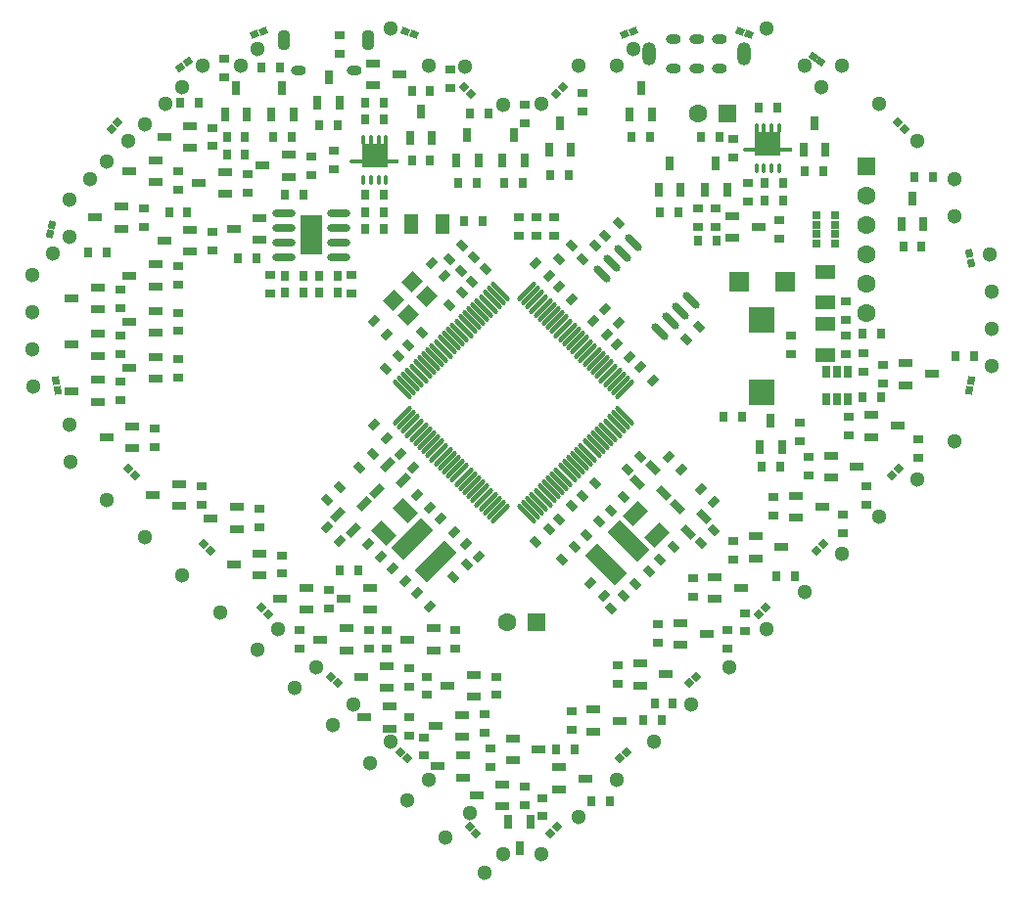
<source format=gbs>
G04 Layer_Color=16711935*
%FSLAX44Y44*%
%MOMM*%
G71*
G01*
G75*
%ADD73O,1.2000X2.0000*%
%ADD74O,1.3000X0.9000*%
%ADD75C,1.6000*%
%ADD76R,1.6000X1.6000*%
%ADD77O,1.1000X1.8000*%
%ADD78R,1.6000X1.6000*%
%ADD79C,1.3000*%
%ADD80R,1.2000X1.8000*%
%ADD81R,0.9000X0.7000*%
G04:AMPARAMS|DCode=82|XSize=0.7mm|YSize=0.6mm|CornerRadius=0mm|HoleSize=0mm|Usage=FLASHONLY|Rotation=315.000|XOffset=0mm|YOffset=0mm|HoleType=Round|Shape=Rectangle|*
%AMROTATEDRECTD82*
4,1,4,-0.4596,0.0353,-0.0353,0.4596,0.4596,-0.0353,0.0353,-0.4596,-0.4596,0.0353,0.0*
%
%ADD82ROTATEDRECTD82*%

G04:AMPARAMS|DCode=83|XSize=0.7mm|YSize=0.6mm|CornerRadius=0mm|HoleSize=0mm|Usage=FLASHONLY|Rotation=280.000|XOffset=0mm|YOffset=0mm|HoleType=Round|Shape=Rectangle|*
%AMROTATEDRECTD83*
4,1,4,-0.3562,0.2926,0.2347,0.3968,0.3562,-0.2926,-0.2347,-0.3968,-0.3562,0.2926,0.0*
%
%ADD83ROTATEDRECTD83*%

G04:AMPARAMS|DCode=84|XSize=0.7mm|YSize=0.6mm|CornerRadius=0mm|HoleSize=0mm|Usage=FLASHONLY|Rotation=255.000|XOffset=0mm|YOffset=0mm|HoleType=Round|Shape=Rectangle|*
%AMROTATEDRECTD84*
4,1,4,-0.1992,0.4157,0.3804,0.2604,0.1992,-0.4157,-0.3804,-0.2604,-0.1992,0.4157,0.0*
%
%ADD84ROTATEDRECTD84*%

G04:AMPARAMS|DCode=85|XSize=0.7mm|YSize=0.6mm|CornerRadius=0mm|HoleSize=0mm|Usage=FLASHONLY|Rotation=225.000|XOffset=0mm|YOffset=0mm|HoleType=Round|Shape=Rectangle|*
%AMROTATEDRECTD85*
4,1,4,0.0353,0.4596,0.4596,0.0353,-0.0353,-0.4596,-0.4596,-0.0353,0.0353,0.4596,0.0*
%
%ADD85ROTATEDRECTD85*%

G04:AMPARAMS|DCode=86|XSize=0.7mm|YSize=0.6mm|CornerRadius=0mm|HoleSize=0mm|Usage=FLASHONLY|Rotation=215.000|XOffset=0mm|YOffset=0mm|HoleType=Round|Shape=Rectangle|*
%AMROTATEDRECTD86*
4,1,4,0.1146,0.4465,0.4588,-0.0450,-0.1146,-0.4465,-0.4588,0.0450,0.1146,0.4465,0.0*
%
%ADD86ROTATEDRECTD86*%

G04:AMPARAMS|DCode=87|XSize=0.7mm|YSize=0.6mm|CornerRadius=0mm|HoleSize=0mm|Usage=FLASHONLY|Rotation=200.000|XOffset=0mm|YOffset=0mm|HoleType=Round|Shape=Rectangle|*
%AMROTATEDRECTD87*
4,1,4,0.2263,0.4016,0.4315,-0.1622,-0.2263,-0.4016,-0.4315,0.1622,0.2263,0.4016,0.0*
%
%ADD87ROTATEDRECTD87*%

G04:AMPARAMS|DCode=88|XSize=0.7mm|YSize=0.6mm|CornerRadius=0mm|HoleSize=0mm|Usage=FLASHONLY|Rotation=160.000|XOffset=0mm|YOffset=0mm|HoleType=Round|Shape=Rectangle|*
%AMROTATEDRECTD88*
4,1,4,0.4315,0.1622,0.2263,-0.4016,-0.4315,-0.1622,-0.2263,0.4016,0.4315,0.1622,0.0*
%
%ADD88ROTATEDRECTD88*%

G04:AMPARAMS|DCode=89|XSize=1.4mm|YSize=1.2mm|CornerRadius=0mm|HoleSize=0mm|Usage=FLASHONLY|Rotation=225.000|XOffset=0mm|YOffset=0mm|HoleType=Round|Shape=Rectangle|*
%AMROTATEDRECTD89*
4,1,4,0.0707,0.9192,0.9192,0.0707,-0.0707,-0.9192,-0.9192,-0.0707,0.0707,0.9192,0.0*
%
%ADD89ROTATEDRECTD89*%

G04:AMPARAMS|DCode=90|XSize=0.7mm|YSize=1.8mm|CornerRadius=0mm|HoleSize=0mm|Usage=FLASHONLY|Rotation=225.000|XOffset=0mm|YOffset=0mm|HoleType=Round|Shape=Round|*
%AMOVALD90*
21,1,1.1000,0.7000,0.0000,0.0000,315.0*
1,1,0.7000,-0.3889,0.3889*
1,1,0.7000,0.3889,-0.3889*
%
%ADD90OVALD90*%

G04:AMPARAMS|DCode=91|XSize=0.4mm|YSize=2.2mm|CornerRadius=0mm|HoleSize=0mm|Usage=FLASHONLY|Rotation=315.000|XOffset=0mm|YOffset=0mm|HoleType=Round|Shape=Round|*
%AMOVALD91*
21,1,1.8000,0.4000,0.0000,0.0000,45.0*
1,1,0.4000,-0.6364,-0.6364*
1,1,0.4000,0.6364,0.6364*
%
%ADD91OVALD91*%

G04:AMPARAMS|DCode=92|XSize=0.4mm|YSize=2.2mm|CornerRadius=0mm|HoleSize=0mm|Usage=FLASHONLY|Rotation=225.000|XOffset=0mm|YOffset=0mm|HoleType=Round|Shape=Round|*
%AMOVALD92*
21,1,1.8000,0.4000,0.0000,0.0000,315.0*
1,1,0.4000,-0.6364,0.6364*
1,1,0.4000,0.6364,-0.6364*
%
%ADD92OVALD92*%

%ADD93R,0.7000X0.6500*%
G04:AMPARAMS|DCode=94|XSize=0.9mm|YSize=0.7mm|CornerRadius=0mm|HoleSize=0mm|Usage=FLASHONLY|Rotation=45.000|XOffset=0mm|YOffset=0mm|HoleType=Round|Shape=Rectangle|*
%AMROTATEDRECTD94*
4,1,4,-0.0707,-0.5657,-0.5657,-0.0707,0.0707,0.5657,0.5657,0.0707,-0.0707,-0.5657,0.0*
%
%ADD94ROTATEDRECTD94*%

G04:AMPARAMS|DCode=95|XSize=0.9mm|YSize=0.7mm|CornerRadius=0mm|HoleSize=0mm|Usage=FLASHONLY|Rotation=315.000|XOffset=0mm|YOffset=0mm|HoleType=Round|Shape=Rectangle|*
%AMROTATEDRECTD95*
4,1,4,-0.5657,0.0707,-0.0707,0.5657,0.5657,-0.0707,0.0707,-0.5657,-0.5657,0.0707,0.0*
%
%ADD95ROTATEDRECTD95*%

%ADD96R,0.7000X0.9000*%
G04:AMPARAMS|DCode=97|XSize=0.7mm|YSize=1.25mm|CornerRadius=0mm|HoleSize=0mm|Usage=FLASHONLY|Rotation=225.000|XOffset=0mm|YOffset=0mm|HoleType=Round|Shape=Rectangle|*
%AMROTATEDRECTD97*
4,1,4,-0.1945,0.6894,0.6894,-0.1945,0.1945,-0.6894,-0.6894,0.1945,-0.1945,0.6894,0.0*
%
%ADD97ROTATEDRECTD97*%

G04:AMPARAMS|DCode=98|XSize=0.7mm|YSize=1.25mm|CornerRadius=0mm|HoleSize=0mm|Usage=FLASHONLY|Rotation=315.000|XOffset=0mm|YOffset=0mm|HoleType=Round|Shape=Rectangle|*
%AMROTATEDRECTD98*
4,1,4,-0.6894,-0.1945,0.1945,0.6894,0.6894,0.1945,-0.1945,-0.6894,-0.6894,-0.1945,0.0*
%
%ADD98ROTATEDRECTD98*%

%ADD99O,1.3000X0.4000*%
%ADD100O,0.4000X0.8000*%
%ADD101R,2.3000X2.1000*%
%ADD102R,1.2500X0.7000*%
%ADD103R,0.7000X1.2500*%
G04:AMPARAMS|DCode=104|XSize=1.5mm|YSize=3.6mm|CornerRadius=0mm|HoleSize=0mm|Usage=FLASHONLY|Rotation=45.000|XOffset=0mm|YOffset=0mm|HoleType=Round|Shape=Rectangle|*
%AMROTATEDRECTD104*
4,1,4,0.7425,-1.8031,-1.8031,0.7425,-0.7425,1.8031,1.8031,-0.7425,0.7425,-1.8031,0.0*
%
%ADD104ROTATEDRECTD104*%

%ADD105R,1.9000X3.5000*%
%ADD106O,2.0000X0.7000*%
G04:AMPARAMS|DCode=107|XSize=0.7mm|YSize=0.6mm|CornerRadius=0mm|HoleSize=0mm|Usage=FLASHONLY|Rotation=145.000|XOffset=0mm|YOffset=0mm|HoleType=Round|Shape=Rectangle|*
%AMROTATEDRECTD107*
4,1,4,0.4588,0.0450,0.1146,-0.4465,-0.4588,-0.0450,-0.1146,0.4465,0.4588,0.0450,0.0*
%
%ADD107ROTATEDRECTD107*%

G04:AMPARAMS|DCode=108|XSize=0.7mm|YSize=0.6mm|CornerRadius=0mm|HoleSize=0mm|Usage=FLASHONLY|Rotation=285.000|XOffset=0mm|YOffset=0mm|HoleType=Round|Shape=Rectangle|*
%AMROTATEDRECTD108*
4,1,4,-0.3804,0.2604,0.1992,0.4157,0.3804,-0.2604,-0.1992,-0.4157,-0.3804,0.2604,0.0*
%
%ADD108ROTATEDRECTD108*%

G04:AMPARAMS|DCode=109|XSize=0.7mm|YSize=0.6mm|CornerRadius=0mm|HoleSize=0mm|Usage=FLASHONLY|Rotation=260.000|XOffset=0mm|YOffset=0mm|HoleType=Round|Shape=Rectangle|*
%AMROTATEDRECTD109*
4,1,4,-0.2347,0.3968,0.3562,0.2926,0.2347,-0.3968,-0.3562,-0.2926,-0.2347,0.3968,0.0*
%
%ADD109ROTATEDRECTD109*%

G04:AMPARAMS|DCode=110|XSize=1.8mm|YSize=1.2mm|CornerRadius=0mm|HoleSize=0mm|Usage=FLASHONLY|Rotation=45.000|XOffset=0mm|YOffset=0mm|HoleType=Round|Shape=Rectangle|*
%AMROTATEDRECTD110*
4,1,4,-0.2121,-1.0607,-1.0607,-0.2121,0.2121,1.0607,1.0607,0.2121,-0.2121,-1.0607,0.0*
%
%ADD110ROTATEDRECTD110*%

G04:AMPARAMS|DCode=111|XSize=1.8mm|YSize=1.2mm|CornerRadius=0mm|HoleSize=0mm|Usage=FLASHONLY|Rotation=135.000|XOffset=0mm|YOffset=0mm|HoleType=Round|Shape=Rectangle|*
%AMROTATEDRECTD111*
4,1,4,1.0607,-0.2121,0.2121,-1.0607,-1.0607,0.2121,-0.2121,1.0607,1.0607,-0.2121,0.0*
%
%ADD111ROTATEDRECTD111*%

G04:AMPARAMS|DCode=112|XSize=1.5mm|YSize=3.6mm|CornerRadius=0mm|HoleSize=0mm|Usage=FLASHONLY|Rotation=135.000|XOffset=0mm|YOffset=0mm|HoleType=Round|Shape=Rectangle|*
%AMROTATEDRECTD112*
4,1,4,1.8031,0.7425,-0.7425,-1.8031,-1.8031,-0.7425,0.7425,1.8031,1.8031,0.7425,0.0*
%
%ADD112ROTATEDRECTD112*%

%ADD113R,1.8000X1.2000*%
%ADD114R,0.7500X1.0000*%
%ADD115R,1.8000X1.7000*%
%ADD116R,2.2000X2.2500*%
D73*
X2317500Y1702000D02*
D03*
X2399500D02*
D03*
D74*
X2013750Y1687250D02*
D03*
X2062250D02*
D03*
X2338500Y1689500D02*
D03*
X2358500D02*
D03*
Y1714500D02*
D03*
X2338500D02*
D03*
X2378500D02*
D03*
Y1689500D02*
D03*
D75*
X2194600Y1210000D02*
D03*
X2505000Y1478000D02*
D03*
Y1503400D02*
D03*
Y1528800D02*
D03*
Y1554200D02*
D03*
Y1579600D02*
D03*
X2359600Y1650000D02*
D03*
D76*
X2505000Y1605000D02*
D03*
D77*
X2001750Y1714000D02*
D03*
X2074250D02*
D03*
D78*
X2220000Y1210000D02*
D03*
X2385000Y1650000D02*
D03*
D79*
X1785000Y1414000D02*
D03*
X1817000Y1349000D02*
D03*
X1881020Y1283520D02*
D03*
X1913520Y1251020D02*
D03*
X1978520Y1186020D02*
D03*
X1996480Y1203980D02*
D03*
X2011020Y1153520D02*
D03*
X2043520Y1121020D02*
D03*
X2076020Y1088520D02*
D03*
X2141020Y1023520D02*
D03*
X2175000Y993000D02*
D03*
X2223980Y1008980D02*
D03*
X2256480Y1041480D02*
D03*
X2288980Y1073980D02*
D03*
X2321480Y1106480D02*
D03*
X2353980Y1138980D02*
D03*
X2386480Y1171480D02*
D03*
X2418980Y1203980D02*
D03*
X2451481Y1236480D02*
D03*
X2483980Y1268980D02*
D03*
X2516480Y1301480D02*
D03*
X2548980Y1333980D02*
D03*
X2581480Y1366480D02*
D03*
X2613980Y1431481D02*
D03*
Y1463980D02*
D03*
Y1496480D02*
D03*
X2612000Y1528000D02*
D03*
X2581480Y1561480D02*
D03*
Y1593980D02*
D03*
X2548980Y1626480D02*
D03*
X2516480Y1658980D02*
D03*
X2483980Y1691481D02*
D03*
X2451481D02*
D03*
X2418980Y1723980D02*
D03*
X2466020Y1673520D02*
D03*
X2288980Y1691481D02*
D03*
X2303520Y1706020D02*
D03*
X2256480Y1691481D02*
D03*
X2223980Y1658980D02*
D03*
X2158000Y1691000D02*
D03*
X2191000Y1658000D02*
D03*
X2126480Y1691481D02*
D03*
X2093980Y1723980D02*
D03*
X1978520Y1706020D02*
D03*
X1963980Y1691481D02*
D03*
X1931480D02*
D03*
X1913520Y1673520D02*
D03*
X1898980Y1658980D02*
D03*
X1881020Y1641020D02*
D03*
X1866480Y1626480D02*
D03*
X1848519Y1608520D02*
D03*
X1833980Y1593980D02*
D03*
X1816020Y1576020D02*
D03*
Y1543520D02*
D03*
X1801480Y1528980D02*
D03*
X1784000Y1511000D02*
D03*
X1783520Y1478520D02*
D03*
Y1446020D02*
D03*
X1816020Y1381020D02*
D03*
X1848519Y1316020D02*
D03*
X1946020Y1218520D02*
D03*
X2028980Y1171480D02*
D03*
X2061480Y1138980D02*
D03*
X2093980Y1106480D02*
D03*
X2108519Y1056020D02*
D03*
X2126480Y1073980D02*
D03*
X2162500Y1045000D02*
D03*
X2191480Y1008980D02*
D03*
D80*
X2111500Y1555000D02*
D03*
X2138500D02*
D03*
D81*
X1890000Y1362000D02*
D03*
X1930000Y1312000D02*
D03*
X1980000Y1308000D02*
D03*
Y1292000D02*
D03*
X2000000Y1252000D02*
D03*
X2040000Y1238000D02*
D03*
Y1222000D02*
D03*
X2015000Y1203000D02*
D03*
Y1187000D02*
D03*
X2075000D02*
D03*
X2090000D02*
D03*
Y1203000D02*
D03*
X2075000D02*
D03*
X2110000Y1154500D02*
D03*
X2125000Y1147000D02*
D03*
X2110000Y1128000D02*
D03*
Y1112000D02*
D03*
X2122500Y1110500D02*
D03*
Y1094500D02*
D03*
X2180000Y1100500D02*
D03*
Y1084500D02*
D03*
X2225000Y1042000D02*
D03*
Y1058000D02*
D03*
X2210000Y1052000D02*
D03*
Y1068000D02*
D03*
X2250000Y1117000D02*
D03*
Y1133000D02*
D03*
X2290000Y1157000D02*
D03*
Y1173000D02*
D03*
X2325000Y1192000D02*
D03*
Y1208000D02*
D03*
X2385000Y1203000D02*
D03*
X2400000Y1202000D02*
D03*
X2385000Y1187000D02*
D03*
X2400000Y1218000D02*
D03*
X2425000Y1302000D02*
D03*
X2485000Y1303000D02*
D03*
Y1287000D02*
D03*
X2505000Y1312000D02*
D03*
X2550000Y1352000D02*
D03*
Y1368000D02*
D03*
X2520000Y1433000D02*
D03*
X2502500Y1427000D02*
D03*
Y1443000D02*
D03*
X2487500Y1442000D02*
D03*
Y1458000D02*
D03*
X2490000Y1388000D02*
D03*
Y1372000D02*
D03*
X2520000Y1417000D02*
D03*
X2505000Y1328000D02*
D03*
X2447500Y1367000D02*
D03*
Y1383000D02*
D03*
X2455000Y1353000D02*
D03*
Y1337000D02*
D03*
X2425000Y1318000D02*
D03*
X2390000Y1280500D02*
D03*
Y1264500D02*
D03*
X2355000Y1248000D02*
D03*
Y1232000D02*
D03*
X2185000Y1163000D02*
D03*
Y1147000D02*
D03*
X2175000Y1130500D02*
D03*
Y1114500D02*
D03*
X2150000Y1187000D02*
D03*
Y1203000D02*
D03*
X2125000Y1163000D02*
D03*
X2110000Y1170500D02*
D03*
X2000000Y1268000D02*
D03*
X1930000Y1328000D02*
D03*
X1890000Y1378000D02*
D03*
X1860000Y1402000D02*
D03*
Y1418000D02*
D03*
X1910000Y1422000D02*
D03*
Y1438000D02*
D03*
Y1462000D02*
D03*
X1990000Y1494500D02*
D03*
Y1510500D02*
D03*
X1940000Y1532000D02*
D03*
Y1548000D02*
D03*
X1910000Y1518000D02*
D03*
Y1502000D02*
D03*
Y1478000D02*
D03*
X1880000Y1552000D02*
D03*
Y1568000D02*
D03*
X1860000Y1498000D02*
D03*
Y1482000D02*
D03*
Y1458000D02*
D03*
Y1442000D02*
D03*
X2025000Y1597000D02*
D03*
Y1613000D02*
D03*
X2045000Y1618000D02*
D03*
Y1602000D02*
D03*
X1950000Y1682000D02*
D03*
X1970000Y1598000D02*
D03*
Y1582000D02*
D03*
X1940000Y1638000D02*
D03*
Y1622000D02*
D03*
X1910000Y1600500D02*
D03*
Y1584500D02*
D03*
X2050000Y1702000D02*
D03*
Y1718000D02*
D03*
X1950000Y1698000D02*
D03*
X2145000Y1672000D02*
D03*
Y1688000D02*
D03*
X2210000Y1658000D02*
D03*
Y1642000D02*
D03*
X2260000Y1652000D02*
D03*
Y1668000D02*
D03*
X2205000Y1560500D02*
D03*
Y1544500D02*
D03*
X2220000D02*
D03*
X2235000D02*
D03*
Y1560500D02*
D03*
X2220000D02*
D03*
X2360000Y1568000D02*
D03*
Y1552000D02*
D03*
X2375000D02*
D03*
Y1568000D02*
D03*
X2402500Y1574500D02*
D03*
X2430000Y1558000D02*
D03*
Y1542000D02*
D03*
X2487500Y1488000D02*
D03*
Y1472000D02*
D03*
X2440000Y1458000D02*
D03*
Y1442000D02*
D03*
X2402500Y1590500D02*
D03*
X2390000Y1612000D02*
D03*
Y1628000D02*
D03*
X2060000Y1510500D02*
D03*
Y1494500D02*
D03*
D82*
X1872829Y1337172D02*
D03*
X1867173Y1342828D02*
D03*
X1932173Y1277828D02*
D03*
X1937829Y1272172D02*
D03*
X1982173Y1222829D02*
D03*
X1987829Y1217172D02*
D03*
X2042173Y1162828D02*
D03*
X2047829Y1157172D02*
D03*
X2102173Y1097829D02*
D03*
X2107830Y1092172D02*
D03*
X2162173Y1032829D02*
D03*
X2167829Y1027171D02*
D03*
X2532172Y1642829D02*
D03*
X2537828Y1637173D02*
D03*
X2162827Y1667172D02*
D03*
X2157170Y1672828D02*
D03*
D83*
X1805696Y1411060D02*
D03*
X1804306Y1418938D02*
D03*
D84*
X1798965Y1546135D02*
D03*
X1801036Y1553863D02*
D03*
D85*
X1852171Y1637170D02*
D03*
X1857829Y1642827D02*
D03*
X2237171Y1667172D02*
D03*
X2242827Y1672828D02*
D03*
X2532827Y1342828D02*
D03*
X2527171Y1337172D02*
D03*
X2467827Y1277828D02*
D03*
X2462170Y1272172D02*
D03*
X2417827Y1222829D02*
D03*
X2412170Y1217172D02*
D03*
X2357827Y1162828D02*
D03*
X2352171Y1157172D02*
D03*
X2297827Y1097829D02*
D03*
X2292171Y1092172D02*
D03*
X2237827Y1032829D02*
D03*
X2232170Y1027171D02*
D03*
D86*
X1911723Y1690204D02*
D03*
X1918277Y1694793D02*
D03*
D87*
X1976241Y1718631D02*
D03*
X1983758Y1721367D02*
D03*
X2296240Y1718633D02*
D03*
X2303758Y1721369D02*
D03*
D88*
X2106240Y1721368D02*
D03*
X2113757Y1718632D02*
D03*
X2396241Y1721369D02*
D03*
X2403759Y1718633D02*
D03*
D89*
X2096071Y1488285D02*
D03*
X2108799Y1475557D02*
D03*
X2125063Y1491820D02*
D03*
X2112335Y1504548D02*
D03*
D90*
X2276427Y1511632D02*
D03*
X2285408Y1520612D02*
D03*
X2326632Y1461427D02*
D03*
X2335612Y1470408D02*
D03*
X2344592Y1479388D02*
D03*
X2353573Y1488368D02*
D03*
X2303368Y1538573D02*
D03*
X2294388Y1529593D02*
D03*
D91*
X2128582Y1363937D02*
D03*
X2132118Y1360402D02*
D03*
X2135653Y1356866D02*
D03*
X2139189Y1353331D02*
D03*
X2142724Y1349796D02*
D03*
X2146260Y1346260D02*
D03*
X2149796Y1342724D02*
D03*
X2153331Y1339189D02*
D03*
X2181615Y1310905D02*
D03*
X2185151Y1307369D02*
D03*
X2188687Y1303833D02*
D03*
X2178080Y1314440D02*
D03*
X2174544Y1317975D02*
D03*
X2171009Y1321511D02*
D03*
X2167473Y1325047D02*
D03*
X2163938Y1328582D02*
D03*
X2160402Y1332118D02*
D03*
X2156866Y1335653D02*
D03*
X2125047Y1367473D02*
D03*
X2121511Y1371009D02*
D03*
X2117975Y1374544D02*
D03*
X2114440Y1378080D02*
D03*
X2110905Y1381615D02*
D03*
X2107369Y1385151D02*
D03*
X2103833Y1388686D02*
D03*
X2257276Y1450204D02*
D03*
X2253740Y1453740D02*
D03*
X2250205Y1457276D02*
D03*
X2246669Y1460811D02*
D03*
X2243133Y1464347D02*
D03*
X2239598Y1467882D02*
D03*
X2236063Y1471418D02*
D03*
X2289095Y1418385D02*
D03*
X2292631Y1414849D02*
D03*
X2296167Y1411314D02*
D03*
X2285560Y1421920D02*
D03*
X2282024Y1425456D02*
D03*
X2278489Y1428991D02*
D03*
X2274953Y1432527D02*
D03*
X2271418Y1436063D02*
D03*
X2267882Y1439598D02*
D03*
X2264346Y1443134D02*
D03*
X2260811Y1446669D02*
D03*
X2232527Y1474953D02*
D03*
X2228991Y1478489D02*
D03*
X2225456Y1482025D02*
D03*
X2221920Y1485560D02*
D03*
X2218385Y1489095D02*
D03*
X2214849Y1492631D02*
D03*
X2211314Y1496167D02*
D03*
D92*
X2103833Y1411314D02*
D03*
X2107369Y1414849D02*
D03*
X2110905Y1418385D02*
D03*
X2156866Y1464347D02*
D03*
X2160402Y1467882D02*
D03*
X2163938Y1471418D02*
D03*
X2167473Y1474953D02*
D03*
X2171009Y1478489D02*
D03*
X2174544Y1482025D02*
D03*
X2178080Y1485560D02*
D03*
X2181615Y1489095D02*
D03*
X2185151Y1492631D02*
D03*
X2188687Y1496167D02*
D03*
X2153331Y1460811D02*
D03*
X2149796Y1457276D02*
D03*
X2146260Y1453740D02*
D03*
X2142724Y1450204D02*
D03*
X2139189Y1446669D02*
D03*
X2135653Y1443134D02*
D03*
X2132118Y1439598D02*
D03*
X2128582Y1436063D02*
D03*
X2125047Y1432527D02*
D03*
X2121511Y1428991D02*
D03*
X2117975Y1425456D02*
D03*
X2114440Y1421920D02*
D03*
X2228991Y1321511D02*
D03*
X2225456Y1317975D02*
D03*
X2221920Y1314440D02*
D03*
X2232527Y1325047D02*
D03*
X2236063Y1328582D02*
D03*
X2239598Y1332118D02*
D03*
X2243133Y1335653D02*
D03*
X2246669Y1339189D02*
D03*
X2250205Y1342724D02*
D03*
X2253740Y1346260D02*
D03*
X2257276Y1349796D02*
D03*
X2218385Y1310905D02*
D03*
X2214849Y1307369D02*
D03*
X2211314Y1303833D02*
D03*
X2260811Y1353331D02*
D03*
X2264346Y1356866D02*
D03*
X2267882Y1360402D02*
D03*
X2271418Y1363937D02*
D03*
X2274953Y1367473D02*
D03*
X2278489Y1371009D02*
D03*
X2282024Y1374544D02*
D03*
X2285560Y1378080D02*
D03*
X2289095Y1381615D02*
D03*
X2292631Y1385151D02*
D03*
X2296167Y1388686D02*
D03*
D93*
X2462000Y1538000D02*
D03*
Y1546000D02*
D03*
Y1554000D02*
D03*
Y1562000D02*
D03*
X2478000D02*
D03*
Y1554000D02*
D03*
Y1546000D02*
D03*
Y1538000D02*
D03*
D94*
X2038632Y1291870D02*
D03*
X2049946Y1280556D02*
D03*
X2095343Y1256657D02*
D03*
X2106657Y1245343D02*
D03*
X2116414Y1235302D02*
D03*
X2127728Y1223988D02*
D03*
X2170154Y1266414D02*
D03*
X2158840Y1277728D02*
D03*
X2116414Y1320154D02*
D03*
X2113586Y1344196D02*
D03*
X2127728Y1308841D02*
D03*
X2137343Y1299657D02*
D03*
X2148657Y1288343D02*
D03*
X2102272Y1355510D02*
D03*
X2073988Y1277728D02*
D03*
X2085301Y1266414D02*
D03*
X2090657Y1369343D02*
D03*
X2079343Y1380657D02*
D03*
Y1470657D02*
D03*
X2090657Y1459343D02*
D03*
X2140657Y1509343D02*
D03*
X2129343Y1520657D02*
D03*
X2219343D02*
D03*
X2230657Y1509343D02*
D03*
X2239343Y1500657D02*
D03*
X2250657Y1489343D02*
D03*
X2269343Y1470657D02*
D03*
X2290657Y1469343D02*
D03*
X2289343Y1450657D02*
D03*
X2280657Y1459343D02*
D03*
X2300657Y1439343D02*
D03*
X2309343Y1430657D02*
D03*
X2320657Y1419343D02*
D03*
X2333840Y1353439D02*
D03*
X2345154Y1342125D02*
D03*
X2362125Y1325155D02*
D03*
X2373439Y1313840D02*
D03*
X2277979Y1232523D02*
D03*
X2266665Y1243837D02*
D03*
X2279343Y1480657D02*
D03*
D95*
X2038632Y1315912D02*
D03*
X2049946Y1327226D02*
D03*
X2066917Y1344196D02*
D03*
X2078230Y1355510D02*
D03*
X2148234Y1248737D02*
D03*
X2159548Y1260050D02*
D03*
X2219343Y1279343D02*
D03*
X2230657Y1290657D02*
D03*
X2239343Y1299343D02*
D03*
X2250657Y1310657D02*
D03*
X2253230Y1275657D02*
D03*
X2241917Y1264343D02*
D03*
X2284343Y1221917D02*
D03*
X2295657Y1233231D02*
D03*
X2305556Y1243130D02*
D03*
X2316870Y1254444D02*
D03*
X2373439Y1289799D02*
D03*
X2362125Y1278485D02*
D03*
X2338083Y1275657D02*
D03*
X2326770Y1264343D02*
D03*
X2295657Y1318083D02*
D03*
X2298485Y1342125D02*
D03*
X2309799Y1353439D02*
D03*
X2270657Y1330657D02*
D03*
X2284343Y1306770D02*
D03*
X2274444Y1296870D02*
D03*
X2263130Y1285556D02*
D03*
X2259343Y1319343D02*
D03*
X2349343Y1454343D02*
D03*
X2360657Y1465657D02*
D03*
X2270657Y1535657D02*
D03*
X2279343Y1544343D02*
D03*
X2290657Y1555657D02*
D03*
X2250657Y1535657D02*
D03*
X2259343Y1524343D02*
D03*
X2239343D02*
D03*
X2165657Y1525657D02*
D03*
X2155657Y1535657D02*
D03*
X2175657Y1515657D02*
D03*
X2164343Y1504343D02*
D03*
X2155657Y1495657D02*
D03*
X2154343Y1514343D02*
D03*
X2144343Y1524343D02*
D03*
Y1484343D02*
D03*
X2120657Y1460657D02*
D03*
X2109343Y1449343D02*
D03*
X2100657Y1440657D02*
D03*
X2089343Y1429343D02*
D03*
D96*
X1832000Y1530000D02*
D03*
X1848000D02*
D03*
X1902000Y1565000D02*
D03*
X1918000D02*
D03*
X1962000Y1525000D02*
D03*
X1978000D02*
D03*
X2002000Y1510000D02*
D03*
Y1495000D02*
D03*
X2018000D02*
D03*
X2032000D02*
D03*
Y1510000D02*
D03*
X2018000D02*
D03*
X2048000D02*
D03*
Y1495000D02*
D03*
X2072000Y1550000D02*
D03*
Y1565000D02*
D03*
X2088000D02*
D03*
Y1550000D02*
D03*
X2112000Y1610000D02*
D03*
X2128000D02*
D03*
X2152000Y1590000D02*
D03*
X2157000Y1557500D02*
D03*
X2173000D02*
D03*
X2208000Y1590000D02*
D03*
X2231675Y1596849D02*
D03*
X2247675D02*
D03*
X2302000Y1630000D02*
D03*
X2318000D02*
D03*
X2362000D02*
D03*
X2417000Y1590000D02*
D03*
Y1575000D02*
D03*
X2375500Y1540000D02*
D03*
X2433000Y1575000D02*
D03*
Y1590000D02*
D03*
X2452000Y1600000D02*
D03*
X2468000D02*
D03*
X2428000Y1655000D02*
D03*
X2412000D02*
D03*
X2378000Y1630000D02*
D03*
X2343000Y1565000D02*
D03*
X2327000D02*
D03*
X2359500Y1540000D02*
D03*
X2382000Y1387500D02*
D03*
X2398000D02*
D03*
X2414500Y1345000D02*
D03*
X2430500D02*
D03*
X2502000Y1405000D02*
D03*
X2518000D02*
D03*
Y1460000D02*
D03*
X2502000D02*
D03*
X2582000Y1440000D02*
D03*
X2598000D02*
D03*
X2553000Y1535000D02*
D03*
X2537000D02*
D03*
X2547000Y1595000D02*
D03*
X2563000D02*
D03*
X2443000Y1250000D02*
D03*
X2427000D02*
D03*
X2338000Y1140000D02*
D03*
X2322000D02*
D03*
X2328000Y1125000D02*
D03*
X2312000D02*
D03*
X2283000Y1055000D02*
D03*
X2267000D02*
D03*
X2253000Y1100000D02*
D03*
X2237000D02*
D03*
X2065500Y1255000D02*
D03*
X2049500D02*
D03*
X2168000Y1590000D02*
D03*
X2192000D02*
D03*
X2178000Y1650000D02*
D03*
X2162000D02*
D03*
X2128000Y1670000D02*
D03*
X2112000D02*
D03*
X2088000Y1660000D02*
D03*
Y1645000D02*
D03*
X2072000D02*
D03*
Y1660000D02*
D03*
Y1580000D02*
D03*
X2088000D02*
D03*
X2048000Y1640000D02*
D03*
X2032000D02*
D03*
X2008000Y1630000D02*
D03*
X2002000Y1580000D02*
D03*
X2018000D02*
D03*
X1992000Y1630000D02*
D03*
X1968000D02*
D03*
X1952000D02*
D03*
Y1615000D02*
D03*
X1968000D02*
D03*
X1928000Y1660000D02*
D03*
X1912000D02*
D03*
X1982000Y1690000D02*
D03*
X1998000D02*
D03*
D97*
X2307487Y1330762D02*
D03*
X2341810Y1310354D02*
D03*
X2364437Y1301162D02*
D03*
X2351002Y1287727D02*
D03*
X2330114Y1321569D02*
D03*
X2320922Y1344197D02*
D03*
D98*
X2047874Y1302993D02*
D03*
X2061310Y1289558D02*
D03*
X2070502Y1312185D02*
D03*
X2104344Y1333073D02*
D03*
X2090909Y1346508D02*
D03*
X2081716Y1323881D02*
D03*
D99*
X2065000Y1609000D02*
D03*
X2095000D02*
D03*
X2405000Y1619000D02*
D03*
X2435000D02*
D03*
D100*
X2070250Y1592750D02*
D03*
X2076750D02*
D03*
X2083250D02*
D03*
X2089750D02*
D03*
Y1627250D02*
D03*
X2083250D02*
D03*
X2076750D02*
D03*
X2070250D02*
D03*
X2410250Y1602750D02*
D03*
X2416750D02*
D03*
X2423250D02*
D03*
X2429750D02*
D03*
Y1637250D02*
D03*
X2423250D02*
D03*
X2416750D02*
D03*
X2410250D02*
D03*
D101*
X2080000Y1614000D02*
D03*
X2420000Y1624000D02*
D03*
D102*
X1818100Y1410170D02*
D03*
X1870600Y1360670D02*
D03*
X1888100Y1320170D02*
D03*
X1910600Y1310670D02*
D03*
X1938100Y1300170D02*
D03*
X1958100Y1260170D02*
D03*
X1980600Y1250670D02*
D03*
X2033100Y1195170D02*
D03*
X2090600Y1153170D02*
D03*
X2093100Y1137170D02*
D03*
Y1118170D02*
D03*
X2070600Y1127670D02*
D03*
X2134030Y1085170D02*
D03*
X2190600Y1050670D02*
D03*
X2239400Y1065330D02*
D03*
Y1084330D02*
D03*
X2221900Y1099830D02*
D03*
X2261900Y1074830D02*
D03*
X2269400Y1115330D02*
D03*
Y1134330D02*
D03*
X2291900Y1124830D02*
D03*
X2309400Y1155330D02*
D03*
X2331900Y1164830D02*
D03*
X2344400Y1190330D02*
D03*
X2366900Y1199830D02*
D03*
X2374400Y1230330D02*
D03*
Y1249330D02*
D03*
X2396900Y1239830D02*
D03*
X2431900Y1274830D02*
D03*
X2444400Y1300330D02*
D03*
X2466900Y1309830D02*
D03*
X2474400Y1335330D02*
D03*
Y1354330D02*
D03*
X2496900Y1344830D02*
D03*
X2531900Y1379830D02*
D03*
X2539400Y1415330D02*
D03*
Y1434330D02*
D03*
X2561900Y1424830D02*
D03*
X2509400Y1389330D02*
D03*
Y1370330D02*
D03*
X2444400Y1319330D02*
D03*
X2409400Y1284330D02*
D03*
Y1265330D02*
D03*
X2344400Y1209330D02*
D03*
X2309400Y1174330D02*
D03*
X2165600Y1164670D02*
D03*
Y1145670D02*
D03*
X2155600Y1129670D02*
D03*
Y1110670D02*
D03*
X2199400Y1109330D02*
D03*
Y1090330D02*
D03*
X2190600Y1069670D02*
D03*
X2168100Y1060170D02*
D03*
X2156530Y1075670D02*
D03*
Y1094670D02*
D03*
X2133100Y1120170D02*
D03*
X2143100Y1155170D02*
D03*
X2130600Y1185670D02*
D03*
Y1204670D02*
D03*
X2108100Y1195170D02*
D03*
X2075600Y1220670D02*
D03*
Y1239670D02*
D03*
X2053100Y1230170D02*
D03*
X2055600Y1204670D02*
D03*
Y1185670D02*
D03*
X2068100Y1162670D02*
D03*
X2090600Y1172170D02*
D03*
X2020600Y1220670D02*
D03*
Y1239670D02*
D03*
X1998100Y1230170D02*
D03*
X1980600Y1269670D02*
D03*
X1960600Y1290670D02*
D03*
Y1309670D02*
D03*
X1910600Y1329670D02*
D03*
X1870600Y1379670D02*
D03*
X1848100Y1370170D02*
D03*
X1840600Y1400670D02*
D03*
Y1419670D02*
D03*
Y1440670D02*
D03*
Y1459670D02*
D03*
X1868100Y1470170D02*
D03*
X1890600Y1460670D02*
D03*
Y1439670D02*
D03*
Y1420670D02*
D03*
X1868100Y1430170D02*
D03*
X1890600Y1479670D02*
D03*
Y1500670D02*
D03*
Y1519670D02*
D03*
X1868100Y1510170D02*
D03*
X1840600Y1499670D02*
D03*
Y1480670D02*
D03*
X1898100Y1540170D02*
D03*
X1920600Y1549670D02*
D03*
Y1530670D02*
D03*
X1958100Y1550170D02*
D03*
X1980600Y1559670D02*
D03*
Y1540670D02*
D03*
X2005600Y1595670D02*
D03*
Y1614670D02*
D03*
X2078800Y1674730D02*
D03*
Y1693730D02*
D03*
X2101300Y1684230D02*
D03*
X1983100Y1605170D02*
D03*
X1950600Y1599670D02*
D03*
Y1580670D02*
D03*
X1920600Y1639670D02*
D03*
X1898100Y1630170D02*
D03*
X1920600Y1620670D02*
D03*
X1928100Y1590170D02*
D03*
X1890600Y1590670D02*
D03*
Y1609670D02*
D03*
X1868100Y1600170D02*
D03*
X1860600Y1569670D02*
D03*
Y1550670D02*
D03*
X1838100Y1560170D02*
D03*
X1818100Y1490170D02*
D03*
Y1450170D02*
D03*
X2389400Y1542830D02*
D03*
Y1561830D02*
D03*
X2411900Y1552330D02*
D03*
D103*
X1950670Y1649400D02*
D03*
X1969670D02*
D03*
X1990670D02*
D03*
X1960170Y1671900D02*
D03*
X2000170D02*
D03*
X2009670Y1649400D02*
D03*
X2030670Y1659400D02*
D03*
X2049670D02*
D03*
X2040170Y1681900D02*
D03*
X2110670Y1629400D02*
D03*
X2129670D02*
D03*
X2150670Y1609400D02*
D03*
X2169670D02*
D03*
X2190670D02*
D03*
X2209670D02*
D03*
X2230670Y1619400D02*
D03*
X2249670D02*
D03*
X2300670Y1649400D02*
D03*
X2310170Y1671900D02*
D03*
X2335170Y1606900D02*
D03*
X2325670Y1584400D02*
D03*
X2344670D02*
D03*
X2365670D02*
D03*
X2384670D02*
D03*
X2375170Y1606900D02*
D03*
X2450670Y1619400D02*
D03*
X2469670D02*
D03*
X2460170Y1641900D02*
D03*
X2545170Y1576900D02*
D03*
X2554670Y1554400D02*
D03*
X2535670D02*
D03*
X2422670Y1384400D02*
D03*
X2432170Y1361900D02*
D03*
X2413170D02*
D03*
X2195660Y1036900D02*
D03*
X2205160Y1014400D02*
D03*
X2214660Y1036900D02*
D03*
X2319670Y1649400D02*
D03*
X2240170Y1641900D02*
D03*
X2200170Y1631900D02*
D03*
X2160170D02*
D03*
X2120170Y1651900D02*
D03*
D104*
X2280101Y1260101D02*
D03*
X2299899Y1279899D02*
D03*
D105*
X2025000Y1545000D02*
D03*
D106*
X2001500Y1525950D02*
D03*
Y1538650D02*
D03*
Y1551350D02*
D03*
Y1564050D02*
D03*
X2048500D02*
D03*
Y1551350D02*
D03*
Y1538650D02*
D03*
Y1525950D02*
D03*
D107*
X2459223Y1699796D02*
D03*
X2465777Y1695207D02*
D03*
D108*
X2596035Y1521135D02*
D03*
X2593964Y1528863D02*
D03*
D109*
X2594305Y1411060D02*
D03*
X2595694Y1418938D02*
D03*
D110*
X2305203Y1304294D02*
D03*
X2324295Y1285203D02*
D03*
D111*
X2087776Y1287274D02*
D03*
X2106868Y1306366D02*
D03*
D112*
X2112601Y1282399D02*
D03*
X2132399Y1262600D02*
D03*
D113*
X2470000Y1441500D02*
D03*
Y1468500D02*
D03*
Y1486500D02*
D03*
Y1513500D02*
D03*
D114*
X2470500Y1403000D02*
D03*
X2480000D02*
D03*
X2489500D02*
D03*
Y1427000D02*
D03*
X2480000D02*
D03*
X2470500D02*
D03*
D115*
X2395250Y1505000D02*
D03*
X2434750D02*
D03*
D116*
X2415000Y1408750D02*
D03*
Y1471250D02*
D03*
M02*

</source>
